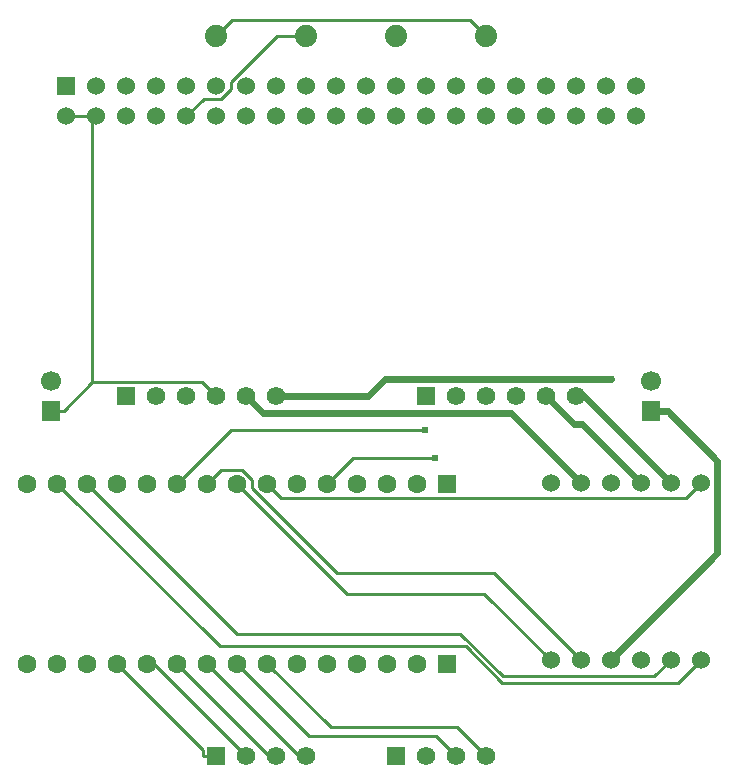
<source format=gbl>
G04 Layer: BottomLayer*
G04 EasyEDA v6.5.51, 2025-09-10 15:25:43*
G04 7811fd6da6e84b80a6dd4c2e862b6bcc,8ef3a173406043228c96bdea823fb63d,10*
G04 Gerber Generator version 0.2*
G04 Scale: 100 percent, Rotated: No, Reflected: No *
G04 Dimensions in millimeters *
G04 leading zeros omitted , absolute positions ,4 integer and 5 decimal *
%FSLAX45Y45*%
%MOMM*%

%ADD10C,0.2540*%
%ADD11C,0.5800*%
%ADD12C,1.5240*%
%ADD13R,1.5240X1.5240*%
%ADD14C,1.8796*%
%ADD15C,1.6000*%
%ADD16R,1.6000X1.6000*%
%ADD17R,1.5748X1.5748*%
%ADD18C,1.5748*%
%ADD19C,0.0160*%
%ADD20R,1.5748X1.7000*%
%ADD21C,1.7000*%
%ADD22C,0.6100*%

%LPD*%
D10*
X-2190506Y1096660D02*
G01*
X-2157790Y1096660D01*
X-2411790Y1096660D02*
G01*
X-2190506Y1096660D01*
X-2190506Y1096660D02*
G01*
X-2190506Y-1154160D01*
X-2190506Y-1154160D02*
G01*
X-1258859Y-1154160D01*
X-1143010Y-1270010D01*
X-2433355Y-1397010D02*
G01*
X-2190506Y-1154160D01*
X-2540010Y-1397010D02*
G01*
X-2433355Y-1397010D01*
X1142989Y1777989D02*
G01*
X1007912Y1913067D01*
X-1007932Y1913067D01*
X-1143010Y1777989D01*
X-1395790Y1096660D02*
G01*
X-1246083Y1246367D01*
X-1096959Y1246367D01*
X-1014790Y1328536D01*
X-1014790Y1391757D01*
X-628558Y1777989D01*
X-381010Y1777989D01*
X-965210Y-3537518D02*
G01*
X-353349Y-4149379D01*
X720359Y-4149379D01*
X888989Y-4318010D01*
X-1473210Y-3537518D02*
G01*
X-692718Y-4318010D01*
X-635010Y-4318010D01*
X-1143010Y-4318010D02*
G01*
X-1249664Y-4318010D01*
X-1981210Y-3537518D02*
G01*
X-1249664Y-4269064D01*
X-1249664Y-4318010D01*
X-2235210Y-2013518D02*
G01*
X-967648Y-3281080D01*
X920917Y-3281080D01*
X1282994Y-3643157D01*
X2568920Y-3643157D01*
X2706359Y-3505718D01*
X-1219210Y-2013518D02*
G01*
X-1105164Y-1899472D01*
X-921014Y-1899472D01*
X-838210Y-1982276D01*
X-838210Y-2047478D01*
X-115935Y-2769753D01*
X1208394Y-2769753D01*
X1944359Y-3505718D01*
X-711210Y-2013518D02*
G01*
X-594014Y-2130714D01*
X2836763Y-2130714D01*
X2960359Y-2007118D01*
X-203210Y-2013518D02*
G01*
X18785Y-1791522D01*
X708345Y-1791522D01*
X-965210Y-2013518D02*
G01*
X-36027Y-2942701D01*
X1127343Y-2942701D01*
X1690359Y-3505718D01*
X626176Y-1560205D02*
G01*
X-1019896Y-1560205D01*
X-1473210Y-2013518D01*
X2960359Y-3505718D02*
G01*
X2770291Y-3695786D01*
X1277965Y-3695786D01*
X972200Y-3390021D01*
X-1112707Y-3390021D01*
X-2489210Y-2013518D01*
X-1727210Y-3537518D02*
G01*
X-1669501Y-3537518D01*
X-889010Y-4318010D01*
X-1219210Y-3537518D02*
G01*
X-438718Y-4318010D01*
X-381010Y-4318010D01*
X-711210Y-3537518D02*
G01*
X-173161Y-4075567D01*
X900546Y-4075567D01*
X1142989Y-4318010D01*
D11*
X2539989Y-1397010D02*
G01*
X2681798Y-1397010D01*
X2198359Y-3505718D02*
G01*
X3101025Y-2603052D01*
X3101025Y-1816237D01*
X2681798Y-1397010D01*
X1904989Y-1270010D02*
G01*
X1969251Y-1270010D01*
X2706359Y-2007118D01*
X2452359Y-2007118D02*
G01*
X1954900Y-1509659D01*
X1890638Y-1509659D01*
X1650989Y-1270010D01*
X-635010Y-1270010D02*
G01*
X142890Y-1270010D01*
X284698Y-1128201D01*
X2198359Y-1128201D01*
X1944359Y-2007118D02*
G01*
X1353581Y-1416339D01*
X-742680Y-1416339D01*
X-889010Y-1270010D01*
D12*
G01*
X2414219Y1096670D03*
G01*
X2414219Y1350670D03*
G01*
X2160219Y1096670D03*
G01*
X2160219Y1350670D03*
G01*
X1906219Y1096670D03*
G01*
X1906219Y1350670D03*
G01*
X1652219Y1096670D03*
G01*
X1652219Y1350670D03*
G01*
X1398219Y1096670D03*
G01*
X1398219Y1350670D03*
G01*
X1144219Y1096670D03*
G01*
X1144219Y1350670D03*
G01*
X890219Y1096670D03*
G01*
X890219Y1350670D03*
G01*
X636219Y1096670D03*
G01*
X636219Y1350670D03*
G01*
X382219Y1096670D03*
G01*
X382219Y1350670D03*
G01*
X128219Y1096670D03*
G01*
X128219Y1350670D03*
G01*
X-125780Y1096670D03*
G01*
X-125780Y1350670D03*
G01*
X-379780Y1096670D03*
G01*
X-379780Y1350670D03*
G01*
X-633780Y1096670D03*
G01*
X-633780Y1350670D03*
G01*
X-887780Y1096670D03*
G01*
X-887780Y1350670D03*
G01*
X-1141780Y1096670D03*
G01*
X-1141780Y1350670D03*
G01*
X-1395780Y1096670D03*
G01*
X-1395780Y1350670D03*
G01*
X-1649780Y1096670D03*
G01*
X-1649780Y1350670D03*
G01*
X-1903780Y1096670D03*
G01*
X-1903780Y1350670D03*
G01*
X-2157780Y1096670D03*
G01*
X-2157780Y1350670D03*
G01*
X-2411780Y1096670D03*
D13*
G01*
X-2411780Y1350670D03*
D14*
G01*
X-1143000Y1778000D03*
G01*
X-381000Y1778000D03*
G01*
X381000Y1778000D03*
G01*
X1143000Y1778000D03*
D12*
G01*
X1944370Y-2007107D03*
G01*
X2198370Y-2007107D03*
G01*
X2452370Y-2007107D03*
G01*
X2706370Y-2007107D03*
G01*
X2960370Y-2007107D03*
G01*
X2960370Y-3505707D03*
G01*
X2706370Y-3505707D03*
G01*
X2452370Y-3505707D03*
G01*
X2198370Y-3505707D03*
G01*
X1944370Y-3505707D03*
G01*
X1690370Y-3505707D03*
G01*
X1690370Y-2007107D03*
D15*
G01*
X558800Y-3537508D03*
G01*
X50800Y-3537508D03*
G01*
X-457200Y-3537508D03*
G01*
X-965200Y-3537508D03*
G01*
X-1473200Y-3537508D03*
G01*
X-1981200Y-3537508D03*
G01*
X-2489200Y-3537508D03*
G01*
X-2743200Y-2013508D03*
G01*
X-2235200Y-2013508D03*
G01*
X-1727200Y-2013508D03*
G01*
X-1219200Y-2013508D03*
G01*
X-711200Y-2013508D03*
G01*
X-203200Y-2013508D03*
G01*
X304800Y-2013508D03*
G01*
X558800Y-2013508D03*
G01*
X50800Y-2013508D03*
G01*
X-457200Y-2013508D03*
G01*
X-965200Y-2013508D03*
G01*
X-1473200Y-2013508D03*
G01*
X-1981200Y-2013508D03*
G01*
X-2489200Y-2013508D03*
G01*
X-2743200Y-3537508D03*
G01*
X-2235200Y-3537508D03*
G01*
X-1727200Y-3537508D03*
G01*
X-1219200Y-3537508D03*
G01*
X-711200Y-3537508D03*
G01*
X-203200Y-3537508D03*
G01*
X304800Y-3537508D03*
D16*
G01*
X812800Y-3537534D03*
G01*
X812800Y-2013534D03*
D17*
G01*
X381000Y-4318000D03*
D18*
G01*
X635000Y-4318000D03*
G01*
X889000Y-4318000D03*
G01*
X1143000Y-4318000D03*
D17*
G01*
X-1143000Y-4318000D03*
D18*
G01*
X-889000Y-4318000D03*
G01*
X-635000Y-4318000D03*
G01*
X-381000Y-4318000D03*
G01*
X-635000Y-1270000D03*
G01*
X-889000Y-1270000D03*
G01*
X-1143000Y-1270000D03*
G01*
X-1397000Y-1270000D03*
G01*
X-1651000Y-1270000D03*
D17*
G01*
X-1905000Y-1270000D03*
D18*
G01*
X1905000Y-1270000D03*
G01*
X1651000Y-1270000D03*
G01*
X1397000Y-1270000D03*
G01*
X1143000Y-1270000D03*
G01*
X889000Y-1270000D03*
D17*
G01*
X635000Y-1270000D03*
D20*
G01*
X2540000Y-1397000D03*
D21*
G01*
X2540000Y-1143000D03*
D20*
G01*
X-2540000Y-1397000D03*
D21*
G01*
X-2540000Y-1143000D03*
D22*
G01*
X708355Y-1791512D03*
G01*
X626186Y-1560195D03*
G01*
X2198370Y-1128191D03*
M02*

</source>
